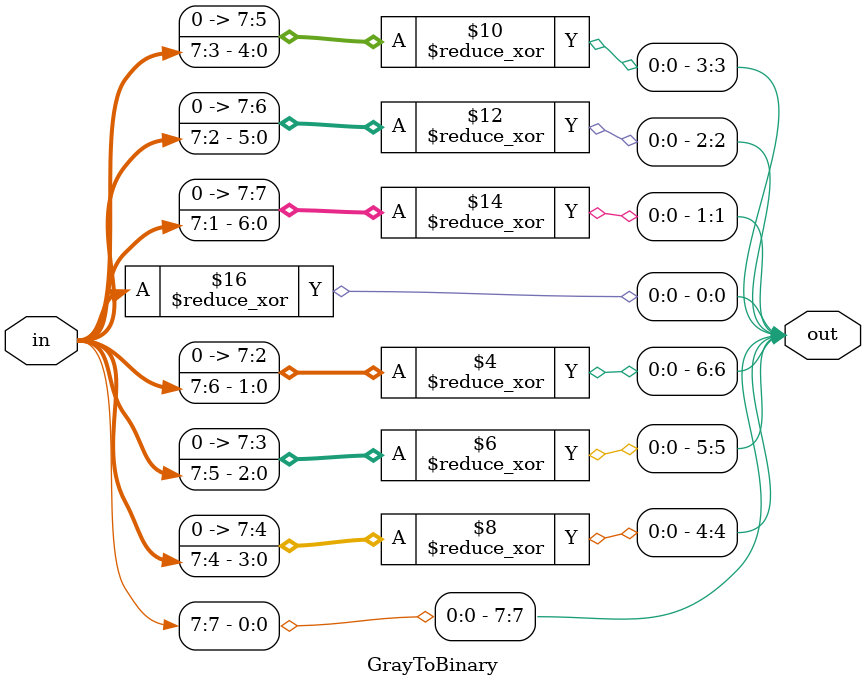
<source format=sv>
module AsyncFifoStefan #(
    parameter DEPTH = 16,
    parameter WIDTH = 8
)(
    input rst,

    input clk_w,
    input valid_w,
    output ready_w,
    input [WIDTH-1:0] data_w,

    input clk_r,
    output valid_r,
    input ready_r,
    output [WIDTH-1:0] data_r
);
    localparam PTR_WIDTH = $clog2(DEPTH);


    wire [PTR_WIDTH:0] b_wptr;
    wire [PTR_WIDTH:0] b_rptr;
    wire [PTR_WIDTH:0] g_wptr;
    wire [PTR_WIDTH:0] g_rptr;
    wire [PTR_WIDTH:0] g_wptr_sync;
    wire [PTR_WIDTH:0] g_rptr_sync;
    wire full, empty;

    Sync2Flop #(PTR_WIDTH + 1) wptrSync  (.clk(clk_w), .rst(rst), .in(g_wptr), .out(g_wptr_sync));
    Sync2Flop #(PTR_WIDTH + 1) rptrSync  (.clk(clk_r), .rst(rst), .in(g_rptr), .out(g_rptr_sync));
    WptrHandler #(PTR_WIDTH) wptrHandler  (.clk(clk_w), .rst(rst), .en(valid_w), .g_rptr_sync(g_rptr_sync),
                                .g_wptr(g_wptr), .b_wptr(b_wptr), .full(full));
    RptrHandler #(PTR_WIDTH) rptrHandler  (.clk(clk_r), .rst(rst), .en(ready_r), .g_wptr_sync(g_wptr_sync),
                                .g_rptr(g_rptr), .b_rptr(b_rptr), .empty(empty));
    Fifo #(PTR_WIDTH, WIDTH) fifo (.rst(rst), 
                                    .clk_w(clk_w), .en_w(valid_w), .data_w(data_w), .b_wptr(b_wptr), .full(full),
                                    .clk_r(clk_r), .en_r(ready_r), .data_r(data_r), .b_rptr(b_rptr), .empty(empty));
    assign valid_r = ~empty;
    assign ready_w = ~full;
 
endmodule

module Sync2Flop #(
    parameter PTR_WIDTH = 8
)(
    input clk,
    input rst,
    input [PTR_WIDTH-1:0] in,
    output reg [PTR_WIDTH-1:0] out
);
    reg [PTR_WIDTH-1:0] mid;
    always_ff @(posedge clk, negedge rst) begin
        if (~rst) begin
            out <= '0;
            mid <= '0;
        end else begin
            out <= mid;
            mid <= in;
        end
    end
endmodule

module WptrHandler #(
    parameter PTR_WIDTH = 8
)(
    input clk,
    input rst,
    input en,
    input [PTR_WIDTH:0] g_rptr_sync,
    output reg [PTR_WIDTH:0] g_wptr, b_wptr,
    output reg full
);
    wire [PTR_WIDTH:0] g_wptr_next;
    wire [PTR_WIDTH:0] b_wptr_next;
    wire full_next;

    assign b_wptr_next = b_wptr + (en & ~full);
    assign g_wptr_next = b_wptr_next ^ (b_wptr_next >> 1);
    assign full_next = g_wptr_next == {~g_rptr_sync[PTR_WIDTH:PTR_WIDTH-1], g_rptr_sync[PTR_WIDTH-2:0]};

    always_ff @(posedge clk, negedge rst) begin
        if(~rst) begin
            g_wptr <= '0;
            b_wptr <= '0;
            full   <= '0;
        end else begin
            g_wptr <= g_wptr_next;
            b_wptr <= b_wptr_next;
            full   <= full_next;
        end
    end

endmodule

module RptrHandler #(
    parameter PTR_WIDTH = 8
)(
    input clk,
    input rst,
    input en,
    input [PTR_WIDTH:0] g_wptr_sync,
    output reg [PTR_WIDTH:0] g_rptr, b_rptr,
    output reg empty
);
    wire [PTR_WIDTH:0] g_rptr_next;
    wire [PTR_WIDTH:0] b_rptr_next;
    wire empty_next;

    assign b_rptr_next = b_rptr + (en & ~empty);
    assign g_rptr_next = b_rptr_next ^ (b_rptr_next >> 1);
    assign empty_next = g_rptr_next == g_wptr_sync;

    always_ff @(posedge clk, negedge rst) begin
        if(~rst) begin
            g_rptr <= '0;
            b_rptr <= '0;
            empty   <= '1;
        end else begin
            g_rptr <= g_rptr_next;
            b_rptr <= b_rptr_next;
            empty   <= empty_next;
        end
    end

endmodule

module Fifo #(
    parameter PTR_WIDTH = 8,
    parameter WIDTH = 8
)(
    input rst,
    // Write
    input [WIDTH-1:0] data_w,
    input clk_w,
    input en_w,
    input [PTR_WIDTH:0] b_wptr,
    input full,
    // Read
    output reg [WIDTH-1:0] data_r,
    input clk_r,
    input en_r,
    input [PTR_WIDTH:0] b_rptr,
    input empty
);
    localparam ENTRIES = 2**PTR_WIDTH;
    integer i;
    reg [WIDTH-1:0] fifoBank [0:ENTRIES-1];
    always_ff @(posedge clk_w, negedge rst) begin
        if(~rst) begin
            for(i = 0; i < ENTRIES; i++) begin
                fifoBank[i] <= 'b0;
            end
        end else if (en_w & ~full) begin
            fifoBank[b_wptr[PTR_WIDTH-1:0]] <= data_w;
        end else begin
            for(i = 0; i < ENTRIES; i++) begin
                fifoBank[i] <= fifoBank[i];
            end
        end
    end

    // always_ff @(posedge clk_r) begin
    //     if(en_r & ~empty) begin
    //         data_r <= fifoBank[b_rptr[PTR_WIDTH-1:0]];
    //     end
    // end

    assign data_r = fifoBank[b_rptr[PTR_WIDTH-1:0]];
endmodule

module BinaryToGray #(
    parameter WIDTH = 8
)(
    input [WIDTH-1:0] in,
    output [WIDTH-1:0] out
);

genvar i;
assign out[WIDTH-1] = in[WIDTH - 1];
for(i = WIDTH - 2; i >= 0; i--) begin
    assign out[i] = in[i] ^ in[i + 1];
end

endmodule

module GrayToBinary #(
    parameter WIDTH = 8
)(
    input [WIDTH-1:0] in,
    output [WIDTH-1:0] out
);
genvar i;
assign out[WIDTH-1] = in[WIDTH - 1];
for(i = WIDTH - 2; i >= 0; i--) begin
    assign out[i] = ^(in >> i);
end
endmodule

</source>
